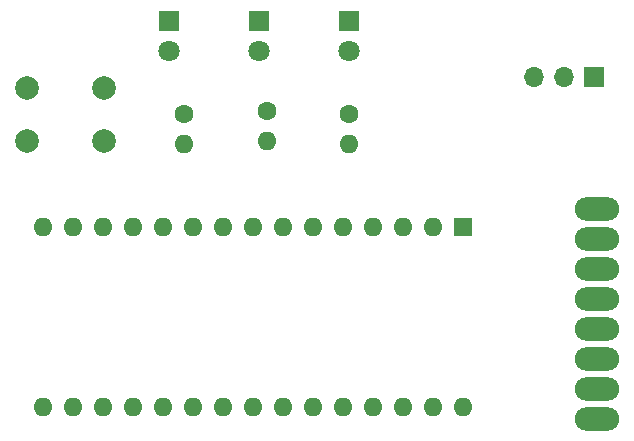
<source format=gbr>
%TF.GenerationSoftware,KiCad,Pcbnew,7.0.6*%
%TF.CreationDate,2024-03-12T08:30:33-05:00*%
%TF.ProjectId,test,74657374-2e6b-4696-9361-645f70636258,rev?*%
%TF.SameCoordinates,Original*%
%TF.FileFunction,Soldermask,Top*%
%TF.FilePolarity,Negative*%
%FSLAX46Y46*%
G04 Gerber Fmt 4.6, Leading zero omitted, Abs format (unit mm)*
G04 Created by KiCad (PCBNEW 7.0.6) date 2024-03-12 08:30:33*
%MOMM*%
%LPD*%
G01*
G04 APERTURE LIST*
%ADD10C,1.600000*%
%ADD11O,1.600000X1.600000*%
%ADD12R,1.800000X1.800000*%
%ADD13C,1.800000*%
%ADD14R,1.600000X1.600000*%
%ADD15O,3.760000X1.982000*%
%ADD16C,2.000000*%
%ADD17R,1.700000X1.700000*%
%ADD18O,1.700000X1.700000*%
G04 APERTURE END LIST*
D10*
%TO.C,R3*%
X131445000Y-79600000D03*
D11*
X131445000Y-82140000D03*
%TD*%
D10*
%TO.C,R2*%
X138430000Y-79375000D03*
D11*
X138430000Y-81915000D03*
%TD*%
D10*
%TO.C,R1*%
X145415000Y-79600000D03*
D11*
X145415000Y-82140000D03*
%TD*%
D12*
%TO.C,D1*%
X145415000Y-71755000D03*
D13*
X145415000Y-74295000D03*
%TD*%
D11*
%TO.C,A1*%
X155046000Y-104399000D03*
X152506000Y-104399000D03*
X149966000Y-104399000D03*
X147426000Y-104399000D03*
X144886000Y-104399000D03*
X142346000Y-104399000D03*
X139806000Y-104399000D03*
X137266000Y-104399000D03*
X134726000Y-104399000D03*
X132186000Y-104399000D03*
X129646000Y-104399000D03*
X127106000Y-104399000D03*
X124566000Y-104399000D03*
X122026000Y-104399000D03*
X119486000Y-104399000D03*
X119486000Y-89159000D03*
X122026000Y-89159000D03*
X124566000Y-89159000D03*
X127106000Y-89159000D03*
X129646000Y-89159000D03*
X132186000Y-89159000D03*
X134726000Y-89159000D03*
X137266000Y-89159000D03*
X139806000Y-89159000D03*
X142346000Y-89159000D03*
X144886000Y-89159000D03*
X147426000Y-89159000D03*
X149966000Y-89159000D03*
X152506000Y-89159000D03*
D14*
X155046000Y-89159000D03*
%TD*%
D15*
%TO.C,U1*%
X166370000Y-102870000D03*
X166370000Y-90170000D03*
X166370000Y-105410000D03*
X166370000Y-92710000D03*
X166370000Y-95250000D03*
X166370000Y-87630000D03*
X166370000Y-100330000D03*
X166370000Y-97790000D03*
%TD*%
D16*
%TO.C,SW1*%
X118110000Y-77415000D03*
X124610000Y-77415000D03*
X118110000Y-81915000D03*
X124610000Y-81915000D03*
%TD*%
D12*
%TO.C,D2*%
X137795000Y-71755000D03*
D13*
X137795000Y-74295000D03*
%TD*%
D12*
%TO.C,D3*%
X130175000Y-71755000D03*
D13*
X130175000Y-74295000D03*
%TD*%
D17*
%TO.C,J1*%
X166098000Y-76472000D03*
D18*
X163558000Y-76472000D03*
X161018000Y-76472000D03*
%TD*%
M02*

</source>
